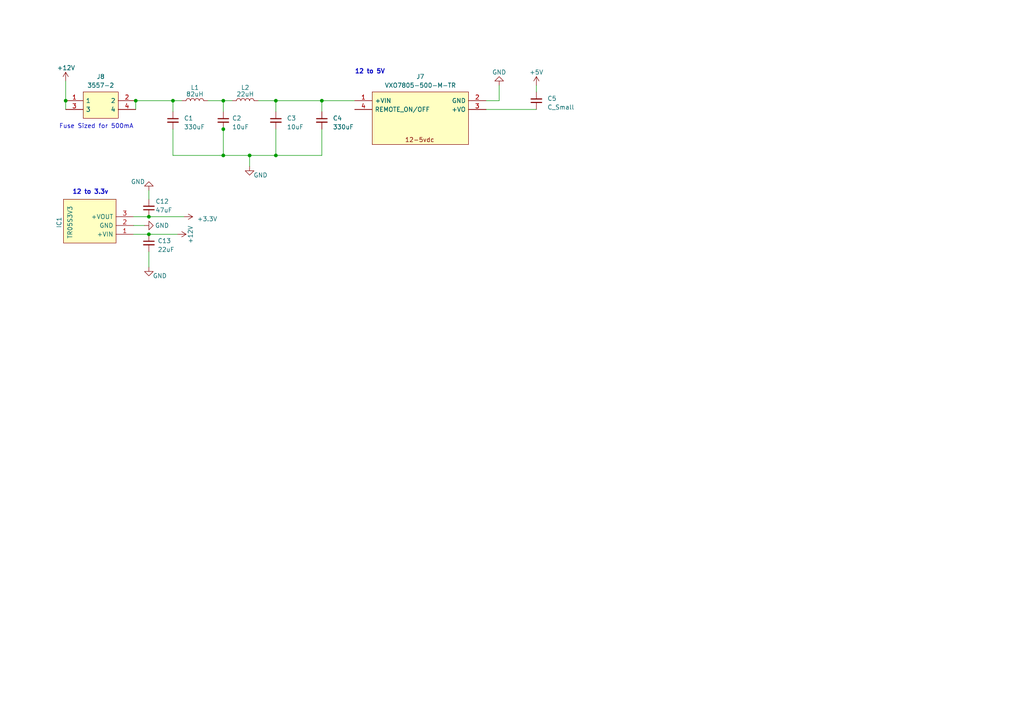
<source format=kicad_sch>
(kicad_sch (version 20230121) (generator eeschema)
  (paper "A4")
  (lib_symbols
    (symbol "Converter_DCDC:TR05S3V3" (pin_names (offset 0.762))
      (property "Reference" "IC" (at 12.7 7.62 0))
      (property "Value" "TR05S3V3" (at 15.6126 -5.6796 90))
      (symbol "TR05S3V3_0_0"
        (pin passive line (at 0 2.54 0) (length 5.08) (name "+VIN") (number "1"))
        (pin passive line (at 0 0 0) (length 5.08) (name "GND") (number "2"))
        (pin passive line (at 0 -2.54 0) (length 5.08) (name "+VOUT") (number "3"))
      )
      (symbol "TR05S3V3_0_1"
        (polyline (pts (xy 5.08 5.08) (xy 20.32 5.08) (xy 20.32 -7.62) (xy 5.08 -7.62) (xy 5.08 5.08)) (stroke (width 0.1524)) (fill (type background)))
      )
    )
    (symbol "Device:3557-2" (pin_names (offset 0.762))
      (property "Reference" "J" (at 10.16 5.08 0))
      (property "Value" "3557-2" (at 5.08 -7.62 0))
      (symbol "3557-2_0_0"
        (pin passive line (at 0 0 0) (length 5.08) (name "1") (number "1"))
        (pin passive line (at 20.32 0 180) (length 5.08) (name "2") (number "2"))
        (pin passive line (at 0 -2.54 0) (length 5.08) (name "3") (number "3"))
        (pin passive line (at 20.32 -2.54 180) (length 5.08) (name "4") (number "4"))
      )
      (symbol "3557-2_0_1"
        (polyline (pts (xy 5.08 2.54) (xy 15.24 2.54) (xy 15.24 -5.08) (xy 5.08 -5.08) (xy 5.08 2.54)) (stroke (width 0.1524)) (fill (type background)))
      )
    )
    (symbol "Device:C_Small" (pin_numbers hide) (pin_names (offset 0.254) hide)
      (property "Reference" "C" (at 0.254 1.778 0))
      (property "Value" "C_Small" (at 0.254 -2.032 0))
      (symbol "C_Small_0_1"
        (polyline (pts (xy -1.524 -0.508) (xy 1.524 -0.508)) (stroke (width 0.3302)))
        (polyline (pts (xy -1.524 0.508) (xy 1.524 0.508)) (stroke (width 0.3048)))
      )
      (symbol "C_Small_1_1"
        (pin passive line (at 0 2.54 270) (length 2.032) (name "~") (number "1"))
        (pin passive line (at 0 -2.54 90) (length 2.032) (name "~") (number "2"))
      )
    )
    (symbol "Device:L" (pin_numbers hide) (pin_names (offset 1.016) hide)
      (property "Reference" "L" (at -1.27 0 90))
      (property "Value" "L" (at 1.905 0 90))
      (symbol "L_0_1"
        (arc (start 0 -2.54) (mid 0.6323 -1.905) (end 0 -1.27))
        (arc (start 0 -1.27) (mid 0.6323 -0.635) (end 0 0))
        (arc (start 0 0) (mid 0.6323 0.635) (end 0 1.27))
        (arc (start 0 1.27) (mid 0.6323 1.905) (end 0 2.54))
      )
      (symbol "L_1_1"
        (pin passive line (at 0 3.81 270) (length 1.27) (name "1") (number "1"))
        (pin passive line (at 0 -3.81 90) (length 1.27) (name "2") (number "2"))
      )
    )
    (symbol "Regulator_Switching:VXO7805-500-M-TR" (pin_names (offset 0.762))
      (property "Reference" "J" (at 17.78 5.08 0))
      (property "Value" "VXO7805-500-M-TR" (at 9.0994 -9.1708 0))
      (symbol "VXO7805-500-M-TR_0_0"
        (pin passive line (at 0 0 0) (length 5.08) (name "+VIN") (number "1"))
        (pin passive line (at 38.1 0 180) (length 5.08) (name "GND") (number "2"))
        (pin passive line (at 38.1 -2.54 180) (length 5.08) (name "+VO") (number "3"))
        (pin passive line (at 0 -2.54 0) (length 5.08) (name "REMOTE_ON/OFF") (number "4"))
      )
      (symbol "VXO7805-500-M-TR_0_1"
        (polyline (pts (xy 5.08 2.54) (xy 33.02 2.54) (xy 33.02 -12.7) (xy 5.08 -12.7) (xy 5.08 2.54)) (stroke (width 0.1524)) (fill (type background)))
        (text "12-5vdc" (at 18.8589 -11.333 0) (effects (font (size 1.27 1.27))))
      )
    )
    (symbol "power:+12V" (power) (pin_names (offset 0))
      (property "Value" "+12V" (at 0 3.556 0))
      (symbol "+12V_0_1"
        (polyline (pts (xy -0.762 1.27) (xy 0 2.54)))
        (polyline (pts (xy 0 0) (xy 0 2.54)))
        (polyline (pts (xy 0 2.54) (xy 0.762 1.27)))
      )
      (symbol "+12V_1_1"
        (pin power_in line (at 0 0 90) (length 0) hide (name "+12V") (number "1"))
      )
    )
    (symbol "power:+3.3V" (power) (pin_names (offset 0))
      (property "Value" "+3.3V" (at 0 3.556 0))
      (symbol "+3.3V_0_1"
        (polyline (pts (xy -0.762 1.27) (xy 0 2.54)))
        (polyline (pts (xy 0 0) (xy 0 2.54)))
        (polyline (pts (xy 0 2.54) (xy 0.762 1.27)))
      )
      (symbol "+3.3V_1_1"
        (pin power_in line (at 0 0 90) (length 0) hide (name "+3.3V") (number "1"))
      )
    )
    (symbol "power:+5V" (power) (pin_names (offset 0))
      (property "Value" "+5V" (at 0 3.556 0))
      (symbol "+5V_0_1"
        (polyline (pts (xy -0.762 1.27) (xy 0 2.54)))
        (polyline (pts (xy 0 0) (xy 0 2.54)))
        (polyline (pts (xy 0 2.54) (xy 0.762 1.27)))
      )
      (symbol "+5V_1_1"
        (pin power_in line (at 0 0 90) (length 0) hide (name "+5V") (number "1"))
      )
    )
    (symbol "power:GND" (power) (pin_names (offset 0))
      (property "Value" "GND" (at 0 -3.81 0))
      (symbol "GND_0_1"
        (polyline (pts (xy 0 0) (xy 0 -1.27) (xy 1.27 -1.27) (xy 0 -2.54) (xy -1.27 -1.27) (xy 0 -1.27)))
      )
      (symbol "GND_1_1"
        (pin power_in line (at 0 0 270) (length 0) hide (name "GND") (number "1"))
      )
    )
  )
  (junction (at 64.77 29.21))
  (junction (at 64.77 45.085))
  (junction (at 93.345 29.21))
  (junction (at 72.39 45.085))
  (junction (at 19.05 29.21))
  (junction (at 64.77 37.465))
  (junction (at 43.18 67.945))
  (junction (at 80.01 29.21))
  (junction (at 39.37 29.21))
  (junction (at 80.01 45.085))
  (junction (at 43.18 62.865))
  (junction (at 50.165 29.21))
  (wire (pts (xy 80.01 29.21) (xy 80.01 32.385)))
  (wire (pts (xy 72.39 45.085) (xy 72.39 48.26)))
  (wire (pts (xy 38.735 62.865) (xy 43.18 62.865)))
  (wire (pts (xy 38.735 67.945) (xy 43.18 67.945)))
  (wire (pts (xy 144.78 29.21) (xy 144.78 24.765)))
  (wire (pts (xy 80.01 45.085) (xy 93.345 45.085)))
  (wire (pts (xy 64.77 36.83) (xy 64.77 37.465)))
  (wire (pts (xy 64.77 29.21) (xy 67.31 29.21)))
  (wire (pts (xy 80.01 37.465) (xy 80.01 45.085)))
  (wire (pts (xy 64.77 29.21) (xy 64.77 32.385)))
  (wire (pts (xy 43.18 55.245) (xy 43.18 57.785)))
  (wire (pts (xy 19.05 23.495) (xy 19.05 29.21)))
  (wire (pts (xy 72.39 45.085) (xy 80.01 45.085)))
  (wire (pts (xy 50.165 29.21) (xy 50.165 32.385)))
  (wire (pts (xy 80.01 29.21) (xy 93.345 29.21)))
  (wire (pts (xy 39.37 29.21) (xy 50.165 29.21)))
  (wire (pts (xy 41.91 65.405) (xy 38.735 65.405)))
  (wire (pts (xy 39.37 29.21) (xy 39.37 31.75)))
  (wire (pts (xy 50.165 37.465) (xy 50.165 45.085)))
  (wire (pts (xy 93.345 45.085) (xy 93.345 37.465)))
  (wire (pts (xy 93.345 29.21) (xy 93.345 32.385)))
  (wire (pts (xy 60.325 29.21) (xy 64.77 29.21)))
  (wire (pts (xy 64.77 37.465) (xy 64.77 45.085)))
  (wire (pts (xy 43.18 67.945) (xy 51.435 67.945)))
  (wire (pts (xy 50.165 29.21) (xy 52.705 29.21)))
  (wire (pts (xy 155.575 24.765) (xy 155.575 26.67)))
  (wire (pts (xy 140.97 29.21) (xy 144.78 29.21)))
  (wire (pts (xy 43.18 73.025) (xy 43.18 77.47)))
  (wire (pts (xy 140.97 31.75) (xy 155.575 31.75)))
  (wire (pts (xy 64.77 45.085) (xy 72.39 45.085)))
  (wire (pts (xy 19.05 29.21) (xy 19.05 31.75)))
  (wire (pts (xy 50.165 45.085) (xy 64.77 45.085)))
  (wire (pts (xy 74.93 29.21) (xy 80.01 29.21)))
  (wire (pts (xy 93.345 29.21) (xy 102.87 29.21)))
  (wire (pts (xy 43.18 62.865) (xy 53.34 62.865)))
  (text "12 to 5V" (at 102.87 21.59 0) (effects (font (size 1.27 1.27) (thickness 0.254) bold) (justify left bottom)))
  (text "Fuse Sized for 500mA" (at 17.145 37.465 0) (effects (font (size 1.27 1.27)) (justify left bottom)))
  (text "12 to 3.3v" (at 20.955 56.515 0) (effects (font (size 1.27 1.27) (thickness 0.254) bold) (justify left bottom)))
  (symbol (lib_id "Device:3557-2") (at 19.05 29.21 0) (unit 1)
    (property "Reference" "J8" (at 29.21 22.225 0))
    (property "Value" "3557-2" (at 29.21 24.765 0))
    (property "Footprint" "Fuse:3557-2" (effects hide))
    (property "Datasheet" "http://www.keyelco.com/product-pdf.cfm?p=296" (effects hide))
    (property "Description" "THM 2 in 1 Auto Blade Holder P/N 3557-2" (effects hide))
    (property "Mouser Part Number" "534-3557-2" (effects hide))
    (property "Mouser Price/Stock" "https://www.mouser.co.uk/ProductDetail/Keystone-Electronics/3557-2?qs=cxy41lVAGV%2FfbyASjpXK1g%3D%3D" (effects hide))
    (property "Manufacturer_Name" "Keystone Electronics" (effects hide))
    (property "Manufacturer_Part_Number" "3557-2" (effects hide))
  )
  (symbol (lib_id "power:GND") (at 43.18 77.47 0) (unit 1)
    (property "Reference" "#PWR0137" (effects hide))
    (property "Value" "GND" (at 46.355 80.01 0))
  )
  (symbol (lib_id "power:GND") (at 72.39 48.26 0) (unit 1)
    (property "Reference" "#PWR0112" (effects hide))
    (property "Value" "GND" (at 75.565 50.8 0))
  )
  (symbol (lib_id "power:+12V") (at 51.435 67.945 270) (unit 1)
    (property "Reference" "#PWR02" (effects hide))
    (property "Value" "+12V" (at 55.245 65.405 0) (effects (justify left)))
    (instances (project "UTCB" (path "" (reference "#PWR02") (unit 1)) (path "" (reference "#PWR0139") (unit 1))))
  )
  (symbol (lib_id "power:GND") (at 41.91 65.405 90) (unit 1)
    (property "Reference" "#PWR0138" (effects hide))
    (property "Value" "GND" (at 46.99 65.405 90))
  )
  (symbol (lib_id "Device:C_Small") (at 64.77 34.925 0) (unit 1)
    (property "Reference" "C2" (at 67.31 34.2963 0) (effects (justify left)))
    (property "Value" "10uF" (at 67.31 36.8363 0) (effects (justify left)))
    (property "Footprint" "Capacitor_SMD:C_0603_1608Metric" (effects hide))
  )
  (symbol (lib_id "power:+5V") (at 155.575 24.765 0) (unit 1)
    (property "Reference" "#PWR0114" (effects hide))
    (property "Value" "+5V" (at 155.575 20.955 0))
  )
  (symbol (lib_id "Device:C_Small") (at 50.165 34.925 0) (unit 1)
    (property "Reference" "C1" (at 53.34 34.2963 0) (effects (justify left)))
    (property "Value" "330uF" (at 53.34 36.8363 0) (effects (justify left)))
    (property "Footprint" "Capacitor_SMD:C_0603_1608Metric" (effects hide))
  )
  (symbol (lib_id "power:+12V") (at 19.05 23.495 0) (unit 1)
    (property "Reference" "#PWR02" (effects hide))
    (property "Value" "+12V" (at 16.51 19.685 0) (effects (justify left)))
    (instances (project "UTCB" (path "" (reference "#PWR02") (unit 1)) (path "" (reference "#PWR0111") (unit 1))))
  )
  (symbol (lib_id "power:GND") (at 144.78 24.765 180) (unit 1)
    (property "Reference" "#PWR0113" (effects hide))
    (property "Value" "GND" (at 144.78 20.955 0))
  )
  (symbol (lib_id "Device:C_Small") (at 80.01 34.925 0) (unit 1)
    (property "Reference" "C3" (at 83.185 34.2963 0) (effects (justify left)))
    (property "Value" "10uF" (at 83.185 36.8363 0) (effects (justify left)))
    (property "Footprint" "Capacitor_SMD:C_0603_1608Metric" (effects hide))
  )
  (symbol (lib_id "Device:L") (at 56.515 29.21 90) (unit 1)
    (property "Reference" "L1" (at 56.515 25.4 90))
    (property "Value" "82uH" (at 56.515 27.305 90))
    (property "Footprint" "Inductor_SMD:L_Sumida_CDMC6D28_7.25x6.5mm" (effects hide))
  )
  (symbol (lib_id "Converter_DCDC:TR05S3V3") (at 38.735 65.405 180) (unit 1)
    (property "Reference" "IC1" (at 17.145 62.865 90) (effects (justify left)))
    (property "Value" "TR05S3V3" (at 20.32 59.69 90) (effects (justify left)))
    (property "Footprint" "Converter_DCDC:TR05S3V3" (effects hide))
    (property "Datasheet" "http://www.xppower.com/Portals/0/pdfs/SF_TR05.pdf?ver=2017-01-10-123411-657" (effects hide))
    (property "Description" "Switching Regulator 3.3Vout 0.5A XP Power DC-DC Switching Regulator, 4.5  28V dc Input, 3.3V Output, Maximum of 500mA" (effects hide))
    (property "Mouser Part Number" "209-TR05S3V3" (effects hide))
    (property "Mouser Price/Stock" "https://www.mouser.co.uk/ProductDetail/XP-Power/TR05S3V3/?qs=w%2Fv1CP2dgqpBGlIaZ9bK3A%3D%3D" (effects hide))
    (property "Manufacturer_Name" "XP POWER" (effects hide))
    (property "Manufacturer_Part_Number" "TR05S3V3" (effects hide))
  )
  (symbol (lib_id "Device:C_Small") (at 93.345 34.925 0) (unit 1)
    (property "Reference" "C4" (at 96.52 34.2963 0) (effects (justify left)))
    (property "Value" "330uF" (at 96.52 36.8363 0) (effects (justify left)))
    (property "Footprint" "Capacitor_SMD:C_0603_1608Metric" (effects hide))
  )
  (symbol (lib_id "Device:C_Small") (at 155.575 29.21 180) (unit 1)
    (property "Reference" "C5" (at 158.75 28.5686 0) (effects (justify right)))
    (property "Value" "C_Small" (at 158.75 31.1086 0) (effects (justify right)))
    (property "Footprint" "Capacitor_SMD:C_0603_1608Metric" (effects hide))
  )
  (symbol (lib_id "Device:L") (at 71.12 29.21 90) (unit 1)
    (property "Reference" "L2" (at 71.12 25.4 90))
    (property "Value" "22uH" (at 71.12 27.305 90))
    (property "Footprint" "Inductor_SMD:L_Sumida_CDMC6D28_7.25x6.5mm" (effects hide))
  )
  (symbol (lib_id "Device:C_Small") (at 43.18 60.325 180) (unit 1)
    (property "Reference" "C12" (at 45.085 58.42 0) (effects (justify right)))
    (property "Value" "47uF" (at 45.085 60.96 0) (effects (justify right)))
    (property "Footprint" "Capacitor_SMD:C_0603_1608Metric" (effects hide))
  )
  (symbol (lib_id "power:GND") (at 43.18 55.245 180) (unit 1)
    (property "Reference" "#PWR0136" (effects hide))
    (property "Value" "GND" (at 40.005 52.705 0))
  )
  (symbol (lib_id "Device:C_Small") (at 43.18 70.485 0) (unit 1)
    (property "Reference" "C13" (at 45.72 69.8563 0) (effects (justify left)))
    (property "Value" "22uF" (at 45.72 72.3963 0) (effects (justify left)))
    (property "Footprint" "Capacitor_SMD:C_0603_1608Metric" (effects hide))
  )
  (symbol (lib_id "power:+3.3V") (at 53.34 62.865 270) (unit 1)
    (property "Reference" "#PWR0140" (effects hide))
    (property "Value" "+3.3V" (at 57.15 63.5 90) (effects (justify left)))
  )
  (symbol (lib_id "Regulator_Switching:VXO7805-500-M-TR") (at 102.87 29.21 0) (unit 1)
    (property "Reference" "J7" (at 121.92 22.225 0))
    (property "Value" "VXO7805-500-M-TR" (at 121.92 24.765 0))
    (property "Footprint" "Converter_DCDC:VXO7805500MTR" (effects hide))
    (property "Datasheet" "https://datasheet.datasheetarchive.com/originals/distributors/Datasheets_SAMA/ebe71804fae27f1150299b4ebc025588.pdf" (effects hide))
    (property "Description" "Module DC-DC 24VIN 1-OUT 5V 0.5A 2.5W 4-Pin SMD Module T/R" (effects hide))
    (property "Height" "3.5" (effects hide))
    (property "Manufacturer_Name" "CUI Inc." (effects hide))
    (property "Manufacturer_Part_Number" "VXO7805-500-M-TR" (effects hide))
    (property "Mouser Part Number" "490-VXO7805-500-M-TR" (effects hide))
    (property "Mouser Price/Stock" "https://www.mouser.co.uk/ProductDetail/CUI-Inc/VXO7805-500-M-TR?qs=GBLSl2AkirsIOUn2Flq1hQ%3D%3D" (effects hide))
    (property "Arrow Part Number" "VXO7805-500-M-TR" (effects hide))
    (property "Arrow Price/Stock" "https://www.arrow.com/en/products/vxo7805-500-m-tr/cui-inc?region=nac" (effects hide))
  )
)
</source>
